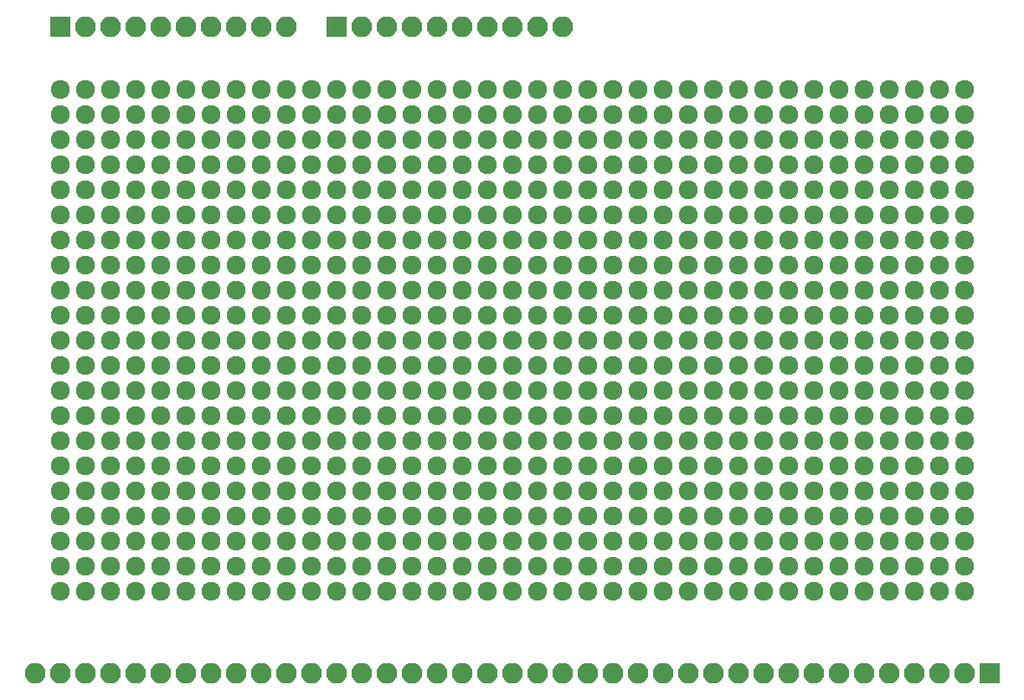
<source format=gbs>
G04 #@! TF.FileFunction,Soldermask,Bot*
%FSLAX46Y46*%
G04 Gerber Fmt 4.6, Leading zero omitted, Abs format (unit mm)*
G04 Created by KiCad (PCBNEW 4.0.7) date 12/31/19 01:04:41*
%MOMM*%
%LPD*%
G01*
G04 APERTURE LIST*
%ADD10C,0.100000*%
%ADD11R,2.100000X2.100000*%
%ADD12O,2.100000X2.100000*%
%ADD13C,1.924000*%
G04 APERTURE END LIST*
D10*
D11*
X104140000Y-80010000D03*
D12*
X106680000Y-80010000D03*
X109220000Y-80010000D03*
X111760000Y-80010000D03*
X114300000Y-80010000D03*
X116840000Y-80010000D03*
X119380000Y-80010000D03*
X121920000Y-80010000D03*
X124460000Y-80010000D03*
X127000000Y-80010000D03*
D11*
X132080000Y-80010000D03*
D12*
X134620000Y-80010000D03*
X137160000Y-80010000D03*
X139700000Y-80010000D03*
X142240000Y-80010000D03*
X144780000Y-80010000D03*
X147320000Y-80010000D03*
X149860000Y-80010000D03*
X152400000Y-80010000D03*
X154940000Y-80010000D03*
D11*
X198120000Y-145415000D03*
D12*
X195580000Y-145415000D03*
X193040000Y-145415000D03*
X190500000Y-145415000D03*
X187960000Y-145415000D03*
X185420000Y-145415000D03*
X182880000Y-145415000D03*
X180340000Y-145415000D03*
X177800000Y-145415000D03*
X175260000Y-145415000D03*
X172720000Y-145415000D03*
X170180000Y-145415000D03*
X167640000Y-145415000D03*
X165100000Y-145415000D03*
X162560000Y-145415000D03*
X160020000Y-145415000D03*
X157480000Y-145415000D03*
X154940000Y-145415000D03*
X152400000Y-145415000D03*
X149860000Y-145415000D03*
X147320000Y-145415000D03*
X144780000Y-145415000D03*
X142240000Y-145415000D03*
X139700000Y-145415000D03*
X137160000Y-145415000D03*
X134620000Y-145415000D03*
X132080000Y-145415000D03*
X129540000Y-145415000D03*
X127000000Y-145415000D03*
X124460000Y-145415000D03*
X121920000Y-145415000D03*
X119380000Y-145415000D03*
X116840000Y-145415000D03*
X114300000Y-145415000D03*
X111760000Y-145415000D03*
X109220000Y-145415000D03*
X106680000Y-145415000D03*
X104140000Y-145415000D03*
X101600000Y-145415000D03*
D13*
X106680000Y-137160000D03*
X106680000Y-134620000D03*
X106680000Y-132080000D03*
X106680000Y-129540000D03*
X106680000Y-127000000D03*
X106680000Y-124460000D03*
X106680000Y-121920000D03*
X106680000Y-119380000D03*
X106680000Y-116840000D03*
X106680000Y-114300000D03*
X106680000Y-111760000D03*
X106680000Y-109220000D03*
X106680000Y-106680000D03*
X106680000Y-104140000D03*
X106680000Y-101600000D03*
X106680000Y-99060000D03*
X106680000Y-96520000D03*
X106680000Y-93980000D03*
X106680000Y-91440000D03*
X106680000Y-88900000D03*
X106680000Y-86360000D03*
X104140000Y-137160000D03*
X104140000Y-134620000D03*
X104140000Y-132080000D03*
X104140000Y-129540000D03*
X104140000Y-127000000D03*
X104140000Y-124460000D03*
X104140000Y-121920000D03*
X104140000Y-119380000D03*
X104140000Y-116840000D03*
X104140000Y-114300000D03*
X104140000Y-111760000D03*
X104140000Y-109220000D03*
X104140000Y-106680000D03*
X104140000Y-104140000D03*
X104140000Y-101600000D03*
X104140000Y-99060000D03*
X104140000Y-96520000D03*
X104140000Y-93980000D03*
X104140000Y-91440000D03*
X104140000Y-88900000D03*
X104140000Y-86360000D03*
X109220000Y-137160000D03*
X109220000Y-134620000D03*
X109220000Y-132080000D03*
X109220000Y-129540000D03*
X109220000Y-127000000D03*
X109220000Y-124460000D03*
X109220000Y-121920000D03*
X109220000Y-119380000D03*
X109220000Y-116840000D03*
X109220000Y-114300000D03*
X109220000Y-111760000D03*
X109220000Y-109220000D03*
X109220000Y-106680000D03*
X109220000Y-104140000D03*
X109220000Y-101600000D03*
X109220000Y-99060000D03*
X109220000Y-96520000D03*
X109220000Y-93980000D03*
X109220000Y-91440000D03*
X109220000Y-88900000D03*
X109220000Y-86360000D03*
X111760000Y-137160000D03*
X111760000Y-134620000D03*
X111760000Y-132080000D03*
X111760000Y-129540000D03*
X111760000Y-127000000D03*
X111760000Y-124460000D03*
X111760000Y-121920000D03*
X111760000Y-119380000D03*
X111760000Y-116840000D03*
X111760000Y-114300000D03*
X111760000Y-111760000D03*
X111760000Y-109220000D03*
X111760000Y-106680000D03*
X111760000Y-104140000D03*
X111760000Y-101600000D03*
X111760000Y-99060000D03*
X111760000Y-96520000D03*
X111760000Y-93980000D03*
X111760000Y-91440000D03*
X111760000Y-88900000D03*
X111760000Y-86360000D03*
X114300000Y-137160000D03*
X114300000Y-134620000D03*
X114300000Y-132080000D03*
X114300000Y-129540000D03*
X114300000Y-127000000D03*
X114300000Y-124460000D03*
X114300000Y-121920000D03*
X114300000Y-119380000D03*
X114300000Y-116840000D03*
X114300000Y-114300000D03*
X114300000Y-111760000D03*
X114300000Y-109220000D03*
X114300000Y-106680000D03*
X114300000Y-104140000D03*
X114300000Y-101600000D03*
X114300000Y-99060000D03*
X114300000Y-96520000D03*
X114300000Y-93980000D03*
X114300000Y-91440000D03*
X114300000Y-88900000D03*
X114300000Y-86360000D03*
X116840000Y-137160000D03*
X116840000Y-134620000D03*
X116840000Y-132080000D03*
X116840000Y-129540000D03*
X116840000Y-127000000D03*
X116840000Y-124460000D03*
X116840000Y-121920000D03*
X116840000Y-119380000D03*
X116840000Y-116840000D03*
X116840000Y-114300000D03*
X116840000Y-111760000D03*
X116840000Y-109220000D03*
X116840000Y-106680000D03*
X116840000Y-104140000D03*
X116840000Y-101600000D03*
X116840000Y-99060000D03*
X116840000Y-96520000D03*
X116840000Y-93980000D03*
X116840000Y-91440000D03*
X116840000Y-88900000D03*
X116840000Y-86360000D03*
X119380000Y-137160000D03*
X119380000Y-134620000D03*
X119380000Y-132080000D03*
X119380000Y-129540000D03*
X119380000Y-127000000D03*
X119380000Y-124460000D03*
X119380000Y-121920000D03*
X119380000Y-119380000D03*
X119380000Y-116840000D03*
X119380000Y-114300000D03*
X119380000Y-111760000D03*
X119380000Y-109220000D03*
X119380000Y-106680000D03*
X119380000Y-104140000D03*
X119380000Y-101600000D03*
X119380000Y-99060000D03*
X119380000Y-96520000D03*
X119380000Y-93980000D03*
X119380000Y-91440000D03*
X119380000Y-88900000D03*
X119380000Y-86360000D03*
X121920000Y-137160000D03*
X121920000Y-134620000D03*
X121920000Y-132080000D03*
X121920000Y-129540000D03*
X121920000Y-127000000D03*
X121920000Y-124460000D03*
X121920000Y-121920000D03*
X121920000Y-119380000D03*
X121920000Y-116840000D03*
X121920000Y-114300000D03*
X121920000Y-111760000D03*
X121920000Y-109220000D03*
X121920000Y-106680000D03*
X121920000Y-104140000D03*
X121920000Y-101600000D03*
X121920000Y-99060000D03*
X121920000Y-96520000D03*
X121920000Y-93980000D03*
X121920000Y-91440000D03*
X121920000Y-88900000D03*
X121920000Y-86360000D03*
X124460000Y-137160000D03*
X124460000Y-134620000D03*
X124460000Y-132080000D03*
X124460000Y-129540000D03*
X124460000Y-127000000D03*
X124460000Y-124460000D03*
X124460000Y-121920000D03*
X124460000Y-119380000D03*
X124460000Y-116840000D03*
X124460000Y-114300000D03*
X124460000Y-111760000D03*
X124460000Y-109220000D03*
X124460000Y-106680000D03*
X124460000Y-104140000D03*
X124460000Y-101600000D03*
X124460000Y-99060000D03*
X124460000Y-96520000D03*
X124460000Y-93980000D03*
X124460000Y-91440000D03*
X124460000Y-88900000D03*
X124460000Y-86360000D03*
X127000000Y-137160000D03*
X127000000Y-134620000D03*
X127000000Y-132080000D03*
X127000000Y-129540000D03*
X127000000Y-127000000D03*
X127000000Y-124460000D03*
X127000000Y-121920000D03*
X127000000Y-119380000D03*
X127000000Y-116840000D03*
X127000000Y-114300000D03*
X127000000Y-111760000D03*
X127000000Y-109220000D03*
X127000000Y-106680000D03*
X127000000Y-104140000D03*
X127000000Y-101600000D03*
X127000000Y-99060000D03*
X127000000Y-96520000D03*
X127000000Y-93980000D03*
X127000000Y-91440000D03*
X127000000Y-88900000D03*
X127000000Y-86360000D03*
X129540000Y-137160000D03*
X129540000Y-134620000D03*
X129540000Y-132080000D03*
X129540000Y-129540000D03*
X129540000Y-127000000D03*
X129540000Y-124460000D03*
X129540000Y-121920000D03*
X129540000Y-119380000D03*
X129540000Y-116840000D03*
X129540000Y-114300000D03*
X129540000Y-111760000D03*
X129540000Y-109220000D03*
X129540000Y-106680000D03*
X129540000Y-104140000D03*
X129540000Y-101600000D03*
X129540000Y-99060000D03*
X129540000Y-96520000D03*
X129540000Y-93980000D03*
X129540000Y-91440000D03*
X129540000Y-88900000D03*
X129540000Y-86360000D03*
X132080000Y-137160000D03*
X132080000Y-134620000D03*
X132080000Y-132080000D03*
X132080000Y-129540000D03*
X132080000Y-127000000D03*
X132080000Y-124460000D03*
X132080000Y-121920000D03*
X132080000Y-119380000D03*
X132080000Y-116840000D03*
X132080000Y-114300000D03*
X132080000Y-111760000D03*
X132080000Y-109220000D03*
X132080000Y-106680000D03*
X132080000Y-104140000D03*
X132080000Y-101600000D03*
X132080000Y-99060000D03*
X132080000Y-96520000D03*
X132080000Y-93980000D03*
X132080000Y-91440000D03*
X132080000Y-88900000D03*
X132080000Y-86360000D03*
X134620000Y-137160000D03*
X134620000Y-134620000D03*
X134620000Y-132080000D03*
X134620000Y-129540000D03*
X134620000Y-127000000D03*
X134620000Y-124460000D03*
X134620000Y-121920000D03*
X134620000Y-119380000D03*
X134620000Y-116840000D03*
X134620000Y-114300000D03*
X134620000Y-111760000D03*
X134620000Y-109220000D03*
X134620000Y-106680000D03*
X134620000Y-104140000D03*
X134620000Y-101600000D03*
X134620000Y-99060000D03*
X134620000Y-96520000D03*
X134620000Y-93980000D03*
X134620000Y-91440000D03*
X134620000Y-88900000D03*
X134620000Y-86360000D03*
X137160000Y-137160000D03*
X137160000Y-134620000D03*
X137160000Y-132080000D03*
X137160000Y-129540000D03*
X137160000Y-127000000D03*
X137160000Y-124460000D03*
X137160000Y-121920000D03*
X137160000Y-119380000D03*
X137160000Y-116840000D03*
X137160000Y-114300000D03*
X137160000Y-111760000D03*
X137160000Y-109220000D03*
X137160000Y-106680000D03*
X137160000Y-104140000D03*
X137160000Y-101600000D03*
X137160000Y-99060000D03*
X137160000Y-96520000D03*
X137160000Y-93980000D03*
X137160000Y-91440000D03*
X137160000Y-88900000D03*
X137160000Y-86360000D03*
X139700000Y-137160000D03*
X139700000Y-134620000D03*
X139700000Y-132080000D03*
X139700000Y-129540000D03*
X139700000Y-127000000D03*
X139700000Y-124460000D03*
X139700000Y-121920000D03*
X139700000Y-119380000D03*
X139700000Y-116840000D03*
X139700000Y-114300000D03*
X139700000Y-111760000D03*
X139700000Y-109220000D03*
X139700000Y-106680000D03*
X139700000Y-104140000D03*
X139700000Y-101600000D03*
X139700000Y-99060000D03*
X139700000Y-96520000D03*
X139700000Y-93980000D03*
X139700000Y-91440000D03*
X139700000Y-88900000D03*
X139700000Y-86360000D03*
X142240000Y-137160000D03*
X142240000Y-134620000D03*
X142240000Y-132080000D03*
X142240000Y-129540000D03*
X142240000Y-127000000D03*
X142240000Y-124460000D03*
X142240000Y-121920000D03*
X142240000Y-119380000D03*
X142240000Y-116840000D03*
X142240000Y-114300000D03*
X142240000Y-111760000D03*
X142240000Y-109220000D03*
X142240000Y-106680000D03*
X142240000Y-104140000D03*
X142240000Y-101600000D03*
X142240000Y-99060000D03*
X142240000Y-96520000D03*
X142240000Y-93980000D03*
X142240000Y-91440000D03*
X142240000Y-88900000D03*
X142240000Y-86360000D03*
X144780000Y-137160000D03*
X144780000Y-134620000D03*
X144780000Y-132080000D03*
X144780000Y-129540000D03*
X144780000Y-127000000D03*
X144780000Y-124460000D03*
X144780000Y-121920000D03*
X144780000Y-119380000D03*
X144780000Y-116840000D03*
X144780000Y-114300000D03*
X144780000Y-111760000D03*
X144780000Y-109220000D03*
X144780000Y-106680000D03*
X144780000Y-104140000D03*
X144780000Y-101600000D03*
X144780000Y-99060000D03*
X144780000Y-96520000D03*
X144780000Y-93980000D03*
X144780000Y-91440000D03*
X144780000Y-88900000D03*
X144780000Y-86360000D03*
X147320000Y-137160000D03*
X147320000Y-134620000D03*
X147320000Y-132080000D03*
X147320000Y-129540000D03*
X147320000Y-127000000D03*
X147320000Y-124460000D03*
X147320000Y-121920000D03*
X147320000Y-119380000D03*
X147320000Y-116840000D03*
X147320000Y-114300000D03*
X147320000Y-111760000D03*
X147320000Y-109220000D03*
X147320000Y-106680000D03*
X147320000Y-104140000D03*
X147320000Y-101600000D03*
X147320000Y-99060000D03*
X147320000Y-96520000D03*
X147320000Y-93980000D03*
X147320000Y-91440000D03*
X147320000Y-88900000D03*
X147320000Y-86360000D03*
X149860000Y-137160000D03*
X149860000Y-134620000D03*
X149860000Y-132080000D03*
X149860000Y-129540000D03*
X149860000Y-127000000D03*
X149860000Y-124460000D03*
X149860000Y-121920000D03*
X149860000Y-119380000D03*
X149860000Y-116840000D03*
X149860000Y-114300000D03*
X149860000Y-111760000D03*
X149860000Y-109220000D03*
X149860000Y-106680000D03*
X149860000Y-104140000D03*
X149860000Y-101600000D03*
X149860000Y-99060000D03*
X149860000Y-96520000D03*
X149860000Y-93980000D03*
X149860000Y-91440000D03*
X149860000Y-88900000D03*
X149860000Y-86360000D03*
X152400000Y-137160000D03*
X152400000Y-134620000D03*
X152400000Y-132080000D03*
X152400000Y-129540000D03*
X152400000Y-127000000D03*
X152400000Y-124460000D03*
X152400000Y-121920000D03*
X152400000Y-119380000D03*
X152400000Y-116840000D03*
X152400000Y-114300000D03*
X152400000Y-111760000D03*
X152400000Y-109220000D03*
X152400000Y-106680000D03*
X152400000Y-104140000D03*
X152400000Y-101600000D03*
X152400000Y-99060000D03*
X152400000Y-96520000D03*
X152400000Y-93980000D03*
X152400000Y-91440000D03*
X152400000Y-88900000D03*
X152400000Y-86360000D03*
X154940000Y-137160000D03*
X154940000Y-134620000D03*
X154940000Y-132080000D03*
X154940000Y-129540000D03*
X154940000Y-127000000D03*
X154940000Y-124460000D03*
X154940000Y-121920000D03*
X154940000Y-119380000D03*
X154940000Y-116840000D03*
X154940000Y-114300000D03*
X154940000Y-111760000D03*
X154940000Y-109220000D03*
X154940000Y-106680000D03*
X154940000Y-104140000D03*
X154940000Y-101600000D03*
X154940000Y-99060000D03*
X154940000Y-96520000D03*
X154940000Y-93980000D03*
X154940000Y-91440000D03*
X154940000Y-88900000D03*
X154940000Y-86360000D03*
X157480000Y-137160000D03*
X157480000Y-134620000D03*
X157480000Y-132080000D03*
X157480000Y-129540000D03*
X157480000Y-127000000D03*
X157480000Y-124460000D03*
X157480000Y-121920000D03*
X157480000Y-119380000D03*
X157480000Y-116840000D03*
X157480000Y-114300000D03*
X157480000Y-111760000D03*
X157480000Y-109220000D03*
X157480000Y-106680000D03*
X157480000Y-104140000D03*
X157480000Y-101600000D03*
X157480000Y-99060000D03*
X157480000Y-96520000D03*
X157480000Y-93980000D03*
X157480000Y-91440000D03*
X157480000Y-88900000D03*
X157480000Y-86360000D03*
X160020000Y-137160000D03*
X160020000Y-134620000D03*
X160020000Y-132080000D03*
X160020000Y-129540000D03*
X160020000Y-127000000D03*
X160020000Y-124460000D03*
X160020000Y-121920000D03*
X160020000Y-119380000D03*
X160020000Y-116840000D03*
X160020000Y-114300000D03*
X160020000Y-111760000D03*
X160020000Y-109220000D03*
X160020000Y-106680000D03*
X160020000Y-104140000D03*
X160020000Y-101600000D03*
X160020000Y-99060000D03*
X160020000Y-96520000D03*
X160020000Y-93980000D03*
X160020000Y-91440000D03*
X160020000Y-88900000D03*
X160020000Y-86360000D03*
X162560000Y-137160000D03*
X162560000Y-134620000D03*
X162560000Y-132080000D03*
X162560000Y-129540000D03*
X162560000Y-127000000D03*
X162560000Y-124460000D03*
X162560000Y-121920000D03*
X162560000Y-119380000D03*
X162560000Y-116840000D03*
X162560000Y-114300000D03*
X162560000Y-111760000D03*
X162560000Y-109220000D03*
X162560000Y-106680000D03*
X162560000Y-104140000D03*
X162560000Y-101600000D03*
X162560000Y-99060000D03*
X162560000Y-96520000D03*
X162560000Y-93980000D03*
X162560000Y-91440000D03*
X162560000Y-88900000D03*
X162560000Y-86360000D03*
X165100000Y-137160000D03*
X165100000Y-134620000D03*
X165100000Y-132080000D03*
X165100000Y-129540000D03*
X165100000Y-127000000D03*
X165100000Y-124460000D03*
X165100000Y-121920000D03*
X165100000Y-119380000D03*
X165100000Y-116840000D03*
X165100000Y-114300000D03*
X165100000Y-111760000D03*
X165100000Y-109220000D03*
X165100000Y-106680000D03*
X165100000Y-104140000D03*
X165100000Y-101600000D03*
X165100000Y-99060000D03*
X165100000Y-96520000D03*
X165100000Y-93980000D03*
X165100000Y-91440000D03*
X165100000Y-88900000D03*
X165100000Y-86360000D03*
X167640000Y-137160000D03*
X167640000Y-134620000D03*
X167640000Y-132080000D03*
X167640000Y-129540000D03*
X167640000Y-127000000D03*
X167640000Y-124460000D03*
X167640000Y-121920000D03*
X167640000Y-119380000D03*
X167640000Y-116840000D03*
X167640000Y-114300000D03*
X167640000Y-111760000D03*
X167640000Y-109220000D03*
X167640000Y-106680000D03*
X167640000Y-104140000D03*
X167640000Y-101600000D03*
X167640000Y-99060000D03*
X167640000Y-96520000D03*
X167640000Y-93980000D03*
X167640000Y-91440000D03*
X167640000Y-88900000D03*
X167640000Y-86360000D03*
X170180000Y-137160000D03*
X170180000Y-134620000D03*
X170180000Y-132080000D03*
X170180000Y-129540000D03*
X170180000Y-127000000D03*
X170180000Y-124460000D03*
X170180000Y-121920000D03*
X170180000Y-119380000D03*
X170180000Y-116840000D03*
X170180000Y-114300000D03*
X170180000Y-111760000D03*
X170180000Y-109220000D03*
X170180000Y-106680000D03*
X170180000Y-104140000D03*
X170180000Y-101600000D03*
X170180000Y-99060000D03*
X170180000Y-96520000D03*
X170180000Y-93980000D03*
X170180000Y-91440000D03*
X170180000Y-88900000D03*
X170180000Y-86360000D03*
X172720000Y-137160000D03*
X172720000Y-134620000D03*
X172720000Y-132080000D03*
X172720000Y-129540000D03*
X172720000Y-127000000D03*
X172720000Y-124460000D03*
X172720000Y-121920000D03*
X172720000Y-119380000D03*
X172720000Y-116840000D03*
X172720000Y-114300000D03*
X172720000Y-111760000D03*
X172720000Y-109220000D03*
X172720000Y-106680000D03*
X172720000Y-104140000D03*
X172720000Y-101600000D03*
X172720000Y-99060000D03*
X172720000Y-96520000D03*
X172720000Y-93980000D03*
X172720000Y-91440000D03*
X172720000Y-88900000D03*
X172720000Y-86360000D03*
X175260000Y-137160000D03*
X175260000Y-134620000D03*
X175260000Y-132080000D03*
X175260000Y-129540000D03*
X175260000Y-127000000D03*
X175260000Y-124460000D03*
X175260000Y-121920000D03*
X175260000Y-119380000D03*
X175260000Y-116840000D03*
X175260000Y-114300000D03*
X175260000Y-111760000D03*
X175260000Y-109220000D03*
X175260000Y-106680000D03*
X175260000Y-104140000D03*
X175260000Y-101600000D03*
X175260000Y-99060000D03*
X175260000Y-96520000D03*
X175260000Y-93980000D03*
X175260000Y-91440000D03*
X175260000Y-88900000D03*
X175260000Y-86360000D03*
X177800000Y-137160000D03*
X177800000Y-134620000D03*
X177800000Y-132080000D03*
X177800000Y-129540000D03*
X177800000Y-127000000D03*
X177800000Y-124460000D03*
X177800000Y-121920000D03*
X177800000Y-119380000D03*
X177800000Y-116840000D03*
X177800000Y-114300000D03*
X177800000Y-111760000D03*
X177800000Y-109220000D03*
X177800000Y-106680000D03*
X177800000Y-104140000D03*
X177800000Y-101600000D03*
X177800000Y-99060000D03*
X177800000Y-96520000D03*
X177800000Y-93980000D03*
X177800000Y-91440000D03*
X177800000Y-88900000D03*
X177800000Y-86360000D03*
X180340000Y-137160000D03*
X180340000Y-134620000D03*
X180340000Y-132080000D03*
X180340000Y-129540000D03*
X180340000Y-127000000D03*
X180340000Y-124460000D03*
X180340000Y-121920000D03*
X180340000Y-119380000D03*
X180340000Y-116840000D03*
X180340000Y-114300000D03*
X180340000Y-111760000D03*
X180340000Y-109220000D03*
X180340000Y-106680000D03*
X180340000Y-104140000D03*
X180340000Y-101600000D03*
X180340000Y-99060000D03*
X180340000Y-96520000D03*
X180340000Y-93980000D03*
X180340000Y-91440000D03*
X180340000Y-88900000D03*
X180340000Y-86360000D03*
X182880000Y-137160000D03*
X182880000Y-134620000D03*
X182880000Y-132080000D03*
X182880000Y-129540000D03*
X182880000Y-127000000D03*
X182880000Y-124460000D03*
X182880000Y-121920000D03*
X182880000Y-119380000D03*
X182880000Y-116840000D03*
X182880000Y-114300000D03*
X182880000Y-111760000D03*
X182880000Y-109220000D03*
X182880000Y-106680000D03*
X182880000Y-104140000D03*
X182880000Y-101600000D03*
X182880000Y-99060000D03*
X182880000Y-96520000D03*
X182880000Y-93980000D03*
X182880000Y-91440000D03*
X182880000Y-88900000D03*
X182880000Y-86360000D03*
X185420000Y-137160000D03*
X185420000Y-134620000D03*
X185420000Y-132080000D03*
X185420000Y-129540000D03*
X185420000Y-127000000D03*
X185420000Y-124460000D03*
X185420000Y-121920000D03*
X185420000Y-119380000D03*
X185420000Y-116840000D03*
X185420000Y-114300000D03*
X185420000Y-111760000D03*
X185420000Y-109220000D03*
X185420000Y-106680000D03*
X185420000Y-104140000D03*
X185420000Y-101600000D03*
X185420000Y-99060000D03*
X185420000Y-96520000D03*
X185420000Y-93980000D03*
X185420000Y-91440000D03*
X185420000Y-88900000D03*
X185420000Y-86360000D03*
X187960000Y-137160000D03*
X187960000Y-134620000D03*
X187960000Y-132080000D03*
X187960000Y-129540000D03*
X187960000Y-127000000D03*
X187960000Y-124460000D03*
X187960000Y-121920000D03*
X187960000Y-119380000D03*
X187960000Y-116840000D03*
X187960000Y-114300000D03*
X187960000Y-111760000D03*
X187960000Y-109220000D03*
X187960000Y-106680000D03*
X187960000Y-104140000D03*
X187960000Y-101600000D03*
X187960000Y-99060000D03*
X187960000Y-96520000D03*
X187960000Y-93980000D03*
X187960000Y-91440000D03*
X187960000Y-88900000D03*
X187960000Y-86360000D03*
X190500000Y-137160000D03*
X190500000Y-134620000D03*
X190500000Y-132080000D03*
X190500000Y-129540000D03*
X190500000Y-127000000D03*
X190500000Y-124460000D03*
X190500000Y-121920000D03*
X190500000Y-119380000D03*
X190500000Y-116840000D03*
X190500000Y-114300000D03*
X190500000Y-111760000D03*
X190500000Y-109220000D03*
X190500000Y-106680000D03*
X190500000Y-104140000D03*
X190500000Y-101600000D03*
X190500000Y-99060000D03*
X190500000Y-96520000D03*
X190500000Y-93980000D03*
X190500000Y-91440000D03*
X190500000Y-88900000D03*
X190500000Y-86360000D03*
X193040000Y-137160000D03*
X193040000Y-134620000D03*
X193040000Y-132080000D03*
X193040000Y-129540000D03*
X193040000Y-127000000D03*
X193040000Y-124460000D03*
X193040000Y-121920000D03*
X193040000Y-119380000D03*
X193040000Y-116840000D03*
X193040000Y-114300000D03*
X193040000Y-111760000D03*
X193040000Y-109220000D03*
X193040000Y-106680000D03*
X193040000Y-104140000D03*
X193040000Y-101600000D03*
X193040000Y-99060000D03*
X193040000Y-96520000D03*
X193040000Y-93980000D03*
X193040000Y-91440000D03*
X193040000Y-88900000D03*
X193040000Y-86360000D03*
X195580000Y-137160000D03*
X195580000Y-134620000D03*
X195580000Y-132080000D03*
X195580000Y-129540000D03*
X195580000Y-127000000D03*
X195580000Y-124460000D03*
X195580000Y-121920000D03*
X195580000Y-119380000D03*
X195580000Y-116840000D03*
X195580000Y-114300000D03*
X195580000Y-111760000D03*
X195580000Y-109220000D03*
X195580000Y-106680000D03*
X195580000Y-104140000D03*
X195580000Y-101600000D03*
X195580000Y-99060000D03*
X195580000Y-96520000D03*
X195580000Y-93980000D03*
X195580000Y-91440000D03*
X195580000Y-88900000D03*
X195580000Y-86360000D03*
M02*

</source>
